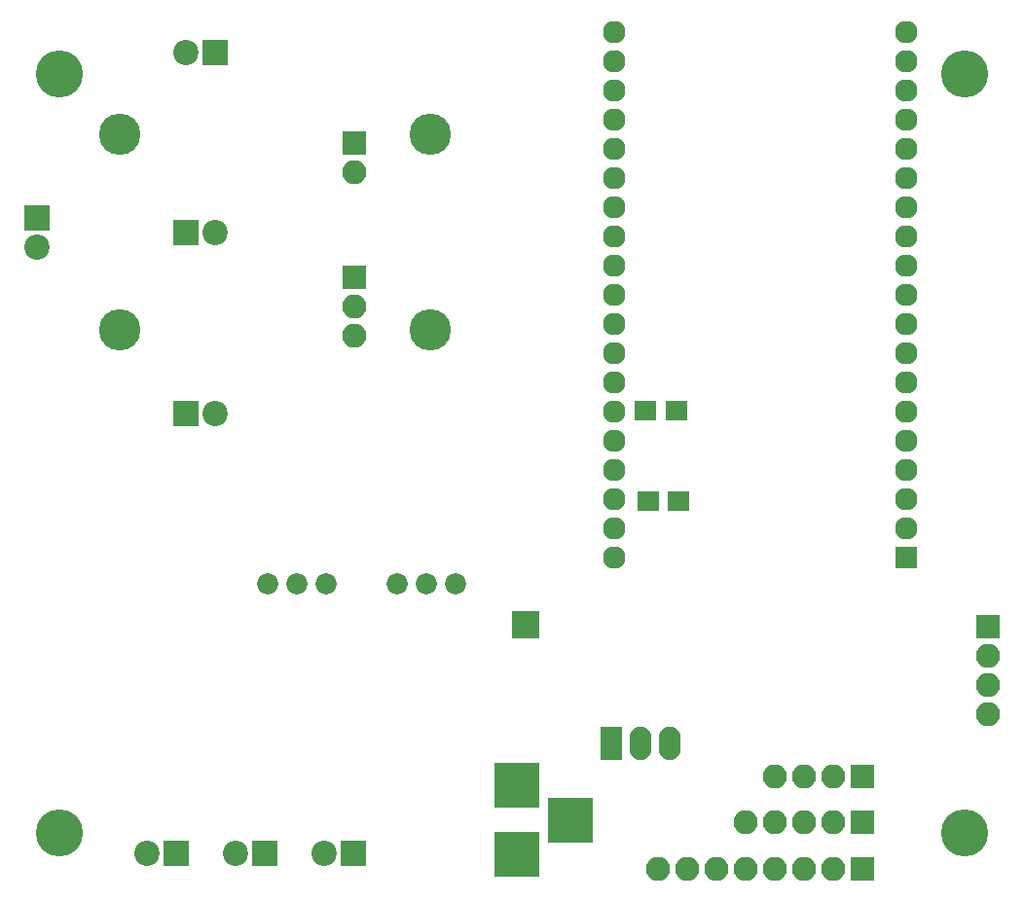
<source format=gbs>
G04 #@! TF.GenerationSoftware,KiCad,Pcbnew,(5.0.0)*
G04 #@! TF.CreationDate,2019-01-08T13:52:07-08:00*
G04 #@! TF.ProjectId,TestPlatformBoard,54657374506C6174666F726D426F6172,rev?*
G04 #@! TF.SameCoordinates,Original*
G04 #@! TF.FileFunction,Soldermask,Bot*
G04 #@! TF.FilePolarity,Negative*
%FSLAX46Y46*%
G04 Gerber Fmt 4.6, Leading zero omitted, Abs format (unit mm)*
G04 Created by KiCad (PCBNEW (5.0.0)) date 01/08/19 13:52:07*
%MOMM*%
%LPD*%
G01*
G04 APERTURE LIST*
%ADD10C,1.960000*%
%ADD11R,1.960000X1.960000*%
%ADD12O,1.900000X2.900000*%
%ADD13R,1.900000X2.900000*%
%ADD14O,2.100000X2.100000*%
%ADD15R,2.100000X2.100000*%
%ADD16R,2.200000X2.200000*%
%ADD17C,2.200000*%
%ADD18R,1.900000X1.700000*%
%ADD19C,1.840000*%
%ADD20R,3.900000X3.900000*%
%ADD21R,2.400000X2.400000*%
%ADD22C,3.600000*%
%ADD23C,4.100000*%
G04 APERTURE END LIST*
D10*
G04 #@! TO.C,U1*
X53400000Y-1440000D03*
X53400000Y-3980000D03*
X53400000Y-6520000D03*
X53400000Y-9060000D03*
X53400000Y-11600000D03*
X53400000Y-14140000D03*
X53400000Y-16680000D03*
X53400000Y-19220000D03*
X53400000Y-21760000D03*
X53400000Y-24300000D03*
X53400000Y-26840000D03*
X53400000Y-29380000D03*
X53400000Y-31920000D03*
X53400000Y-34460000D03*
X53400000Y-37000000D03*
X53400000Y-39540000D03*
X53400000Y-42080000D03*
X53400000Y-44620000D03*
X53400000Y-47160000D03*
X78800000Y-3980000D03*
X78800000Y-6520000D03*
X78800000Y-9060000D03*
X78800000Y-11600000D03*
X78800000Y-14140000D03*
X78800000Y-16680000D03*
X78800000Y-19220000D03*
X78800000Y-21760000D03*
X78800000Y-24300000D03*
X78800000Y-26840000D03*
X78800000Y-29380000D03*
X78800000Y-31920000D03*
X78800000Y-34460000D03*
X78800000Y-37000000D03*
X78800000Y-39540000D03*
X78800000Y-42080000D03*
X78800000Y-1440000D03*
X78800000Y-44620000D03*
D11*
X78800000Y-47160000D03*
G04 #@! TD*
D12*
G04 #@! TO.C,U2*
X58180000Y-63300000D03*
X55640000Y-63300000D03*
D13*
X53100000Y-63300000D03*
G04 #@! TD*
D14*
G04 #@! TO.C,J1*
X85900000Y-60820000D03*
X85900000Y-58280000D03*
X85900000Y-55740000D03*
D15*
X85900000Y-53200000D03*
G04 #@! TD*
D14*
G04 #@! TO.C,J2*
X30800000Y-13640000D03*
D15*
X30800000Y-11100000D03*
G04 #@! TD*
D16*
G04 #@! TO.C,D4*
X16100000Y-18850000D03*
D17*
X18640000Y-18850000D03*
G04 #@! TD*
G04 #@! TO.C,D5*
X16100000Y-3175000D03*
D16*
X18640000Y-3175000D03*
G04 #@! TD*
D17*
G04 #@! TO.C,D7*
X20400000Y-72900000D03*
D16*
X22940000Y-72900000D03*
G04 #@! TD*
D14*
G04 #@! TO.C,J3*
X30800000Y-27880000D03*
X30800000Y-25340000D03*
D15*
X30800000Y-22800000D03*
G04 #@! TD*
D14*
G04 #@! TO.C,J5*
X57220000Y-74200000D03*
X59760000Y-74200000D03*
X62300000Y-74200000D03*
X64840000Y-74200000D03*
X67380000Y-74200000D03*
X69920000Y-74200000D03*
X72460000Y-74200000D03*
D15*
X75000000Y-74200000D03*
G04 #@! TD*
D18*
G04 #@! TO.C,R12*
X56300000Y-42200000D03*
X59000000Y-42200000D03*
G04 #@! TD*
D19*
G04 #@! TO.C,RV1*
X39580000Y-49400000D03*
X37040000Y-49400000D03*
X34500000Y-49400000D03*
G04 #@! TD*
D18*
G04 #@! TO.C,R13*
X58800000Y-34400000D03*
X56100000Y-34400000D03*
G04 #@! TD*
D19*
G04 #@! TO.C,RV2*
X28300000Y-49400000D03*
X25760000Y-49400000D03*
X23220000Y-49400000D03*
G04 #@! TD*
D20*
G04 #@! TO.C,J4*
X49600000Y-70000000D03*
X44900000Y-73000000D03*
X44900000Y-67000000D03*
G04 #@! TD*
D16*
G04 #@! TO.C,D1*
X16160000Y-34600000D03*
D17*
X18700000Y-34600000D03*
G04 #@! TD*
G04 #@! TO.C,D2*
X3175000Y-20140000D03*
D16*
X3175000Y-17600000D03*
G04 #@! TD*
D17*
G04 #@! TO.C,D3*
X28120000Y-72900000D03*
D16*
X30660000Y-72900000D03*
G04 #@! TD*
G04 #@! TO.C,D6*
X15280000Y-72900000D03*
D17*
X12740000Y-72900000D03*
G04 #@! TD*
D14*
G04 #@! TO.C,J6*
X64840000Y-70200000D03*
X67380000Y-70200000D03*
X69920000Y-70200000D03*
X72460000Y-70200000D03*
D15*
X75000000Y-70200000D03*
G04 #@! TD*
D14*
G04 #@! TO.C,J7*
X67380000Y-66200000D03*
X69920000Y-66200000D03*
X72460000Y-66200000D03*
D15*
X75000000Y-66200000D03*
G04 #@! TD*
D21*
G04 #@! TO.C,J8*
X45700000Y-53000000D03*
G04 #@! TD*
D22*
G04 #@! TO.C,MH1*
X10350000Y-10350000D03*
G04 #@! TD*
G04 #@! TO.C,MH2*
X37350000Y-10350000D03*
G04 #@! TD*
G04 #@! TO.C,MH3*
X37350000Y-27350000D03*
G04 #@! TD*
G04 #@! TO.C,MH4*
X10350000Y-27350000D03*
G04 #@! TD*
D23*
G04 #@! TO.C,MH5*
X5080000Y-5080000D03*
G04 #@! TD*
G04 #@! TO.C,MH6*
X83820000Y-5080000D03*
G04 #@! TD*
G04 #@! TO.C,MH7*
X83820000Y-71120000D03*
G04 #@! TD*
G04 #@! TO.C,MH8*
X5080000Y-71120000D03*
G04 #@! TD*
M02*

</source>
